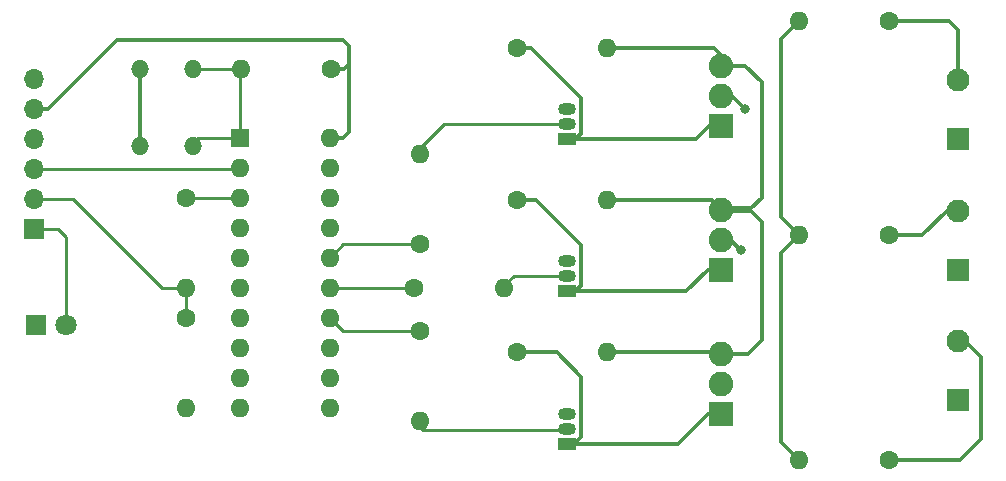
<source format=gtl>
%TF.GenerationSoftware,KiCad,Pcbnew,(6.0.1)*%
%TF.CreationDate,2022-05-05T12:39:53-05:00*%
%TF.ProjectId,RGB_LightsBluetooth,5247425f-4c69-4676-9874-73426c756574,1*%
%TF.SameCoordinates,Original*%
%TF.FileFunction,Copper,L1,Top*%
%TF.FilePolarity,Positive*%
%FSLAX46Y46*%
G04 Gerber Fmt 4.6, Leading zero omitted, Abs format (unit mm)*
G04 Created by KiCad (PCBNEW (6.0.1)) date 2022-05-05 12:39:53*
%MOMM*%
%LPD*%
G01*
G04 APERTURE LIST*
%TA.AperFunction,ComponentPad*%
%ADD10C,1.600000*%
%TD*%
%TA.AperFunction,ComponentPad*%
%ADD11O,1.600000X1.600000*%
%TD*%
%TA.AperFunction,ComponentPad*%
%ADD12R,1.500000X1.050000*%
%TD*%
%TA.AperFunction,ComponentPad*%
%ADD13O,1.500000X1.050000*%
%TD*%
%TA.AperFunction,ComponentPad*%
%ADD14O,1.524000X1.524000*%
%TD*%
%TA.AperFunction,ComponentPad*%
%ADD15R,1.800000X1.800000*%
%TD*%
%TA.AperFunction,ComponentPad*%
%ADD16C,1.800000*%
%TD*%
%TA.AperFunction,ComponentPad*%
%ADD17R,2.085000X2.085000*%
%TD*%
%TA.AperFunction,ComponentPad*%
%ADD18C,2.085000*%
%TD*%
%TA.AperFunction,ComponentPad*%
%ADD19R,1.950000X1.950000*%
%TD*%
%TA.AperFunction,ComponentPad*%
%ADD20C,1.950000*%
%TD*%
%TA.AperFunction,ComponentPad*%
%ADD21R,1.700000X1.700000*%
%TD*%
%TA.AperFunction,ComponentPad*%
%ADD22O,1.700000X1.700000*%
%TD*%
%TA.AperFunction,ComponentPad*%
%ADD23R,1.600000X1.600000*%
%TD*%
%TA.AperFunction,ViaPad*%
%ADD24C,0.800000*%
%TD*%
%TA.AperFunction,Conductor*%
%ADD25C,0.300000*%
%TD*%
%TA.AperFunction,Conductor*%
%ADD26C,0.250000*%
%TD*%
%TA.AperFunction,Conductor*%
%ADD27C,0.261112*%
%TD*%
G04 APERTURE END LIST*
D10*
%TO.P,R7,1*%
%TO.N,/R*%
X151384000Y-94107000D03*
D11*
%TO.P,R7,2*%
%TO.N,Net-(Q2-Pad2)*%
X151384000Y-101727000D03*
%TD*%
D10*
%TO.P,R8,1*%
%TO.N,/B*%
X151384000Y-86741000D03*
D11*
%TO.P,R8,2*%
%TO.N,Net-(Q1-Pad2)*%
X151384000Y-79121000D03*
%TD*%
D10*
%TO.P,R12,1*%
%TO.N,Net-(Q3-Pad1)*%
X159639000Y-83007200D03*
D11*
%TO.P,R12,2*%
%TO.N,/12V*%
X167259000Y-83007200D03*
%TD*%
D12*
%TO.P,Q3,1,C*%
%TO.N,Net-(Q3-Pad1)*%
X163809000Y-90728800D03*
D13*
%TO.P,Q3,2,B*%
%TO.N,Net-(Q3-Pad2)*%
X163809000Y-89458800D03*
%TO.P,Q3,3,E*%
%TO.N,GND*%
X163809000Y-88188800D03*
%TD*%
D10*
%TO.P,R10,1*%
%TO.N,Net-(Q2-Pad1)*%
X159639000Y-95910400D03*
D11*
%TO.P,R10,2*%
%TO.N,/12V*%
X167259000Y-95910400D03*
%TD*%
D10*
%TO.P,R4,1*%
%TO.N,Net-(J1-Pad2)*%
X191135000Y-105029000D03*
D11*
%TO.P,R4,2*%
%TO.N,GND*%
X183515000Y-105029000D03*
%TD*%
D14*
%TO.P,SW1,1,1*%
%TO.N,GND*%
X127676800Y-78435200D03*
X127676800Y-71932800D03*
%TO.P,SW1,2,2*%
%TO.N,Net-(R3-Pad2)*%
X132198000Y-71932800D03*
X132198000Y-78435200D03*
%TD*%
D10*
%TO.P,R5,1*%
%TO.N,Net-(J2-Pad2)*%
X191135000Y-67818000D03*
D11*
%TO.P,R5,2*%
%TO.N,GND*%
X183515000Y-67818000D03*
%TD*%
D10*
%TO.P,R6,1*%
%TO.N,Net-(J3-Pad2)*%
X191135000Y-85979000D03*
D11*
%TO.P,R6,2*%
%TO.N,GND*%
X183515000Y-85979000D03*
%TD*%
D10*
%TO.P,R11,1*%
%TO.N,Net-(Q1-Pad1)*%
X159639000Y-70104000D03*
D11*
%TO.P,R11,2*%
%TO.N,/12V*%
X167259000Y-70104000D03*
%TD*%
D15*
%TO.P,D1,1,K*%
%TO.N,GND*%
X118872000Y-93599000D03*
D16*
%TO.P,D1,2,A*%
%TO.N,Net-(D1-Pad2)*%
X121412000Y-93599000D03*
%TD*%
D10*
%TO.P,R1,1*%
%TO.N,/TX*%
X131562000Y-92959000D03*
D11*
%TO.P,R1,2*%
%TO.N,GND*%
X131562000Y-100579000D03*
%TD*%
D17*
%TO.P,Q4,1*%
%TO.N,Net-(Q2-Pad1)*%
X176911000Y-101092000D03*
D18*
%TO.P,Q4,2*%
%TO.N,Net-(J1-Pad1)*%
X176911000Y-98552000D03*
%TO.P,Q4,3*%
%TO.N,/12V*%
X176911000Y-96012000D03*
%TD*%
D19*
%TO.P,J1,1,1*%
%TO.N,Net-(J1-Pad1)*%
X196977000Y-99949000D03*
D20*
%TO.P,J1,2,2*%
%TO.N,Net-(J1-Pad2)*%
X196977000Y-94949000D03*
%TD*%
D21*
%TO.P,J4,1,Pin_1*%
%TO.N,Net-(D1-Pad2)*%
X118722000Y-85471000D03*
D22*
%TO.P,J4,2,Pin_2*%
%TO.N,/TX*%
X118722000Y-82931000D03*
%TO.P,J4,3,Pin_3*%
%TO.N,/RX*%
X118722000Y-80391000D03*
%TO.P,J4,4,Pin_4*%
%TO.N,GND*%
X118722000Y-77851000D03*
%TO.P,J4,5,Pin_5*%
%TO.N,/5V*%
X118722000Y-75311000D03*
%TO.P,J4,6,Pin_6*%
%TO.N,unconnected-(J4-Pad6)*%
X118722000Y-72771000D03*
%TD*%
D17*
%TO.P,Q5,1*%
%TO.N,Net-(Q1-Pad1)*%
X176911000Y-76708000D03*
D18*
%TO.P,Q5,2*%
%TO.N,Net-(J2-Pad1)*%
X176911000Y-74168000D03*
%TO.P,Q5,3*%
%TO.N,/12V*%
X176911000Y-71628000D03*
%TD*%
D10*
%TO.P,R2,1*%
%TO.N,Net-(R2-Pad1)*%
X131562000Y-82799000D03*
D11*
%TO.P,R2,2*%
%TO.N,/TX*%
X131562000Y-90419000D03*
%TD*%
D19*
%TO.P,J3,1,1*%
%TO.N,Net-(J3-Pad1)*%
X196977000Y-88900000D03*
D20*
%TO.P,J3,2,2*%
%TO.N,Net-(J3-Pad2)*%
X196977000Y-83900000D03*
%TD*%
D12*
%TO.P,Q2,1,C*%
%TO.N,Net-(Q2-Pad1)*%
X163809000Y-103632000D03*
D13*
%TO.P,Q2,2,B*%
%TO.N,Net-(Q2-Pad2)*%
X163809000Y-102362000D03*
%TO.P,Q2,3,E*%
%TO.N,GND*%
X163809000Y-101092000D03*
%TD*%
D12*
%TO.P,Q1,1,C*%
%TO.N,Net-(Q1-Pad1)*%
X163809000Y-77825600D03*
D13*
%TO.P,Q1,2,B*%
%TO.N,Net-(Q1-Pad2)*%
X163809000Y-76555600D03*
%TO.P,Q1,3,E*%
%TO.N,GND*%
X163809000Y-75285600D03*
%TD*%
D19*
%TO.P,J2,1,1*%
%TO.N,Net-(J2-Pad1)*%
X196977000Y-77851000D03*
D20*
%TO.P,J2,2,2*%
%TO.N,Net-(J2-Pad2)*%
X196977000Y-72851000D03*
%TD*%
D10*
%TO.P,R9,1*%
%TO.N,/G*%
X150934000Y-90424000D03*
D11*
%TO.P,R9,2*%
%TO.N,Net-(Q3-Pad2)*%
X158554000Y-90424000D03*
%TD*%
D17*
%TO.P,Q6,1*%
%TO.N,Net-(Q3-Pad1)*%
X176911000Y-88900000D03*
D18*
%TO.P,Q6,2*%
%TO.N,Net-(J3-Pad1)*%
X176911000Y-86360000D03*
%TO.P,Q6,3*%
%TO.N,/12V*%
X176911000Y-83820000D03*
%TD*%
D10*
%TO.P,R3,1*%
%TO.N,/5V*%
X143881000Y-71928800D03*
D11*
%TO.P,R3,2*%
%TO.N,Net-(R3-Pad2)*%
X136261000Y-71928800D03*
%TD*%
D23*
%TO.P,U2,1,PA2/~{RESET}*%
%TO.N,Net-(R3-Pad2)*%
X136144000Y-77724000D03*
D11*
%TO.P,U2,2,PD0*%
%TO.N,/RX*%
X136144000Y-80264000D03*
%TO.P,U2,3,PD1*%
%TO.N,Net-(R2-Pad1)*%
X136144000Y-82804000D03*
%TO.P,U2,4,PA1/XTAL2*%
%TO.N,unconnected-(U2-Pad4)*%
X136144000Y-85344000D03*
%TO.P,U2,5,PA0/XTAL1*%
%TO.N,unconnected-(U2-Pad5)*%
X136144000Y-87884000D03*
%TO.P,U2,6,PD2*%
%TO.N,unconnected-(U2-Pad6)*%
X136144000Y-90424000D03*
%TO.P,U2,7,PD3*%
%TO.N,unconnected-(U2-Pad7)*%
X136144000Y-92964000D03*
%TO.P,U2,8,PD4*%
%TO.N,unconnected-(U2-Pad8)*%
X136144000Y-95504000D03*
%TO.P,U2,9,PD5*%
%TO.N,unconnected-(U2-Pad9)*%
X136144000Y-98044000D03*
%TO.P,U2,10,GND*%
%TO.N,GND*%
X136144000Y-100584000D03*
%TO.P,U2,11,PD6*%
%TO.N,unconnected-(U2-Pad11)*%
X143764000Y-100584000D03*
%TO.P,U2,12,PB0*%
%TO.N,unconnected-(U2-Pad12)*%
X143764000Y-98044000D03*
%TO.P,U2,13,PB1*%
%TO.N,unconnected-(U2-Pad13)*%
X143764000Y-95504000D03*
%TO.P,U2,14,PB2*%
%TO.N,/R*%
X143764000Y-92964000D03*
%TO.P,U2,15,PB3*%
%TO.N,/G*%
X143764000Y-90424000D03*
%TO.P,U2,16,PB4*%
%TO.N,/B*%
X143764000Y-87884000D03*
%TO.P,U2,17,PB5*%
%TO.N,unconnected-(U2-Pad17)*%
X143764000Y-85344000D03*
%TO.P,U2,18,PB6*%
%TO.N,unconnected-(U2-Pad18)*%
X143764000Y-82804000D03*
%TO.P,U2,19,PB7*%
%TO.N,unconnected-(U2-Pad19)*%
X143764000Y-80264000D03*
%TO.P,U2,20,VCC*%
%TO.N,/5V*%
X143764000Y-77724000D03*
%TD*%
D24*
%TO.N,Net-(J2-Pad1)*%
X178943000Y-75311000D03*
%TO.N,Net-(J3-Pad1)*%
X178562000Y-87249000D03*
%TD*%
D25*
%TO.N,GND*%
X181991000Y-84455000D02*
X183515000Y-85979000D01*
X127676800Y-71932800D02*
X127676800Y-78435200D01*
X183515000Y-85979000D02*
X181991000Y-87503000D01*
X183515000Y-67818000D02*
X181991000Y-69342000D01*
X181991000Y-103505000D02*
X183515000Y-105029000D01*
X181991000Y-87503000D02*
X181991000Y-103505000D01*
X181991000Y-69342000D02*
X181991000Y-84455000D01*
D26*
%TO.N,Net-(R3-Pad2)*%
X132202000Y-71928800D02*
X132198000Y-71932800D01*
X136144000Y-72045800D02*
X136261000Y-71928800D01*
X136144000Y-77724000D02*
X132588000Y-77724000D01*
X132588000Y-77724000D02*
X132198000Y-78114000D01*
X132198000Y-78114000D02*
X132198000Y-78435200D01*
X136144000Y-77724000D02*
X136144000Y-72045800D01*
X136261000Y-71928800D02*
X132202000Y-71928800D01*
D27*
%TO.N,/TX*%
X129545000Y-90419000D02*
X131562000Y-90419000D01*
X122047000Y-82931000D02*
X129540000Y-90424000D01*
X118717000Y-82931000D02*
X122047000Y-82931000D01*
X129540000Y-90424000D02*
X129545000Y-90419000D01*
X131562000Y-92959000D02*
X131562000Y-90419000D01*
D26*
%TO.N,Net-(R2-Pad1)*%
X136144000Y-82804000D02*
X131567000Y-82804000D01*
X131567000Y-82804000D02*
X131562000Y-82799000D01*
D25*
%TO.N,/5V*%
X145415000Y-71501000D02*
X145415000Y-75946000D01*
X145415000Y-77216000D02*
X144907000Y-77724000D01*
X143881000Y-71928800D02*
X144987200Y-71928800D01*
X118722000Y-75311000D02*
X119888000Y-75311000D01*
X145415000Y-75946000D02*
X145415000Y-77216000D01*
X144907000Y-77724000D02*
X143764000Y-77724000D01*
X119888000Y-75311000D02*
X125730000Y-69469000D01*
X125730000Y-69469000D02*
X144907000Y-69469000D01*
X144907000Y-69469000D02*
X145415000Y-69977000D01*
X145415000Y-69977000D02*
X145415000Y-71501000D01*
X144987200Y-71928800D02*
X145415000Y-71501000D01*
%TO.N,Net-(J1-Pad2)*%
X198882000Y-96266000D02*
X198882000Y-103251000D01*
X197565000Y-94949000D02*
X198882000Y-96266000D01*
X198882000Y-103251000D02*
X197104000Y-105029000D01*
X197104000Y-105029000D02*
X191135000Y-105029000D01*
X196977000Y-94949000D02*
X197565000Y-94949000D01*
%TO.N,Net-(J2-Pad2)*%
X191135000Y-67818000D02*
X196215000Y-67818000D01*
X196215000Y-67818000D02*
X196977000Y-68580000D01*
X196977000Y-68580000D02*
X196977000Y-72851000D01*
%TO.N,Net-(J3-Pad2)*%
X191135000Y-85979000D02*
X193929000Y-85979000D01*
X196008000Y-83900000D02*
X196977000Y-83900000D01*
X193929000Y-85979000D02*
X196008000Y-83900000D01*
D26*
%TO.N,/R*%
X144907000Y-94107000D02*
X151384000Y-94107000D01*
X143764000Y-92964000D02*
X144907000Y-94107000D01*
%TO.N,Net-(Q2-Pad2)*%
X151384000Y-102235000D02*
X151638000Y-102489000D01*
X151384000Y-101727000D02*
X151384000Y-102235000D01*
X163682000Y-102489000D02*
X163809000Y-102362000D01*
X151638000Y-102489000D02*
X163682000Y-102489000D01*
%TO.N,/B*%
X143764000Y-87884000D02*
X144907000Y-86741000D01*
X144907000Y-86741000D02*
X151384000Y-86741000D01*
%TO.N,Net-(Q1-Pad2)*%
X151384000Y-78613000D02*
X153441400Y-76555600D01*
X153441400Y-76555600D02*
X163809000Y-76555600D01*
X151384000Y-79121000D02*
X151384000Y-78613000D01*
%TO.N,/G*%
X143764000Y-90424000D02*
X150934000Y-90424000D01*
%TO.N,Net-(Q3-Pad2)*%
X159334200Y-89458800D02*
X163809000Y-89458800D01*
X158554000Y-90424000D02*
X158554000Y-90239000D01*
X158554000Y-90239000D02*
X159334200Y-89458800D01*
D25*
%TO.N,Net-(Q2-Pad1)*%
X159639000Y-95910400D02*
X162966400Y-95910400D01*
X163809000Y-103632000D02*
X164465000Y-103632000D01*
X165008520Y-103088480D02*
X164465000Y-103632000D01*
X173228000Y-103632000D02*
X175768000Y-101092000D01*
X162966400Y-95910400D02*
X165008520Y-97952520D01*
X164465000Y-103632000D02*
X173228000Y-103632000D01*
X165008520Y-97952520D02*
X165008520Y-103088480D01*
X175768000Y-101092000D02*
X176911000Y-101092000D01*
D27*
%TO.N,/12V*%
X176809400Y-95910400D02*
X176911000Y-96012000D01*
D25*
X179451000Y-83947000D02*
X180340000Y-84836000D01*
X180340000Y-73025000D02*
X180340000Y-82804000D01*
X176911000Y-71628000D02*
X178943000Y-71628000D01*
D27*
X177038000Y-83693000D02*
X176911000Y-83820000D01*
D25*
X179451000Y-83693000D02*
X177038000Y-83693000D01*
X177038000Y-83947000D02*
X179451000Y-83947000D01*
X176098200Y-83007200D02*
X176911000Y-83820000D01*
X180340000Y-94869000D02*
X179197000Y-96012000D01*
X167259000Y-95910400D02*
X176809400Y-95910400D01*
X180340000Y-82804000D02*
X179451000Y-83693000D01*
X167259000Y-70104000D02*
X176276000Y-70104000D01*
X179197000Y-96012000D02*
X176911000Y-96012000D01*
X176276000Y-70104000D02*
X176911000Y-70739000D01*
D27*
X176911000Y-83820000D02*
X177038000Y-83947000D01*
D25*
X167259000Y-83007200D02*
X176098200Y-83007200D01*
X178943000Y-71628000D02*
X180340000Y-73025000D01*
X180340000Y-84836000D02*
X180340000Y-94869000D01*
X176911000Y-70739000D02*
X176911000Y-71628000D01*
%TO.N,Net-(Q1-Pad1)*%
X164566600Y-77825600D02*
X163809000Y-77825600D01*
X165008520Y-77383680D02*
X164566600Y-77825600D01*
X175895000Y-76708000D02*
X176911000Y-76708000D01*
X160770370Y-70104000D02*
X165008520Y-74342150D01*
X163809000Y-77825600D02*
X174777400Y-77825600D01*
X174777400Y-77825600D02*
X175895000Y-76708000D01*
X165008520Y-74342150D02*
X165008520Y-77383680D01*
X159639000Y-70104000D02*
X160770370Y-70104000D01*
%TO.N,Net-(Q3-Pad1)*%
X164541200Y-90728800D02*
X173939200Y-90728800D01*
X173939200Y-90728800D02*
X175768000Y-88900000D01*
X165008520Y-86776520D02*
X165008520Y-90261480D01*
X165008520Y-90261480D02*
X164541200Y-90728800D01*
X175768000Y-88900000D02*
X176911000Y-88900000D01*
X161239200Y-83007200D02*
X165008520Y-86776520D01*
X163809000Y-90728800D02*
X164541200Y-90728800D01*
X159639000Y-83007200D02*
X161239200Y-83007200D01*
D27*
%TO.N,/RX*%
X118717000Y-80391000D02*
X136017000Y-80391000D01*
X136017000Y-80391000D02*
X136144000Y-80264000D01*
D26*
%TO.N,Net-(D1-Pad2)*%
X121412000Y-86106000D02*
X121412000Y-93599000D01*
X118722000Y-85471000D02*
X120777000Y-85471000D01*
X120777000Y-85471000D02*
X121412000Y-86106000D01*
D25*
%TO.N,Net-(J2-Pad1)*%
X177800000Y-74168000D02*
X178943000Y-75311000D01*
X176911000Y-74168000D02*
X177800000Y-74168000D01*
%TO.N,Net-(J3-Pad1)*%
X176911000Y-86360000D02*
X177673000Y-86360000D01*
X177673000Y-86360000D02*
X178562000Y-87249000D01*
%TD*%
M02*

</source>
